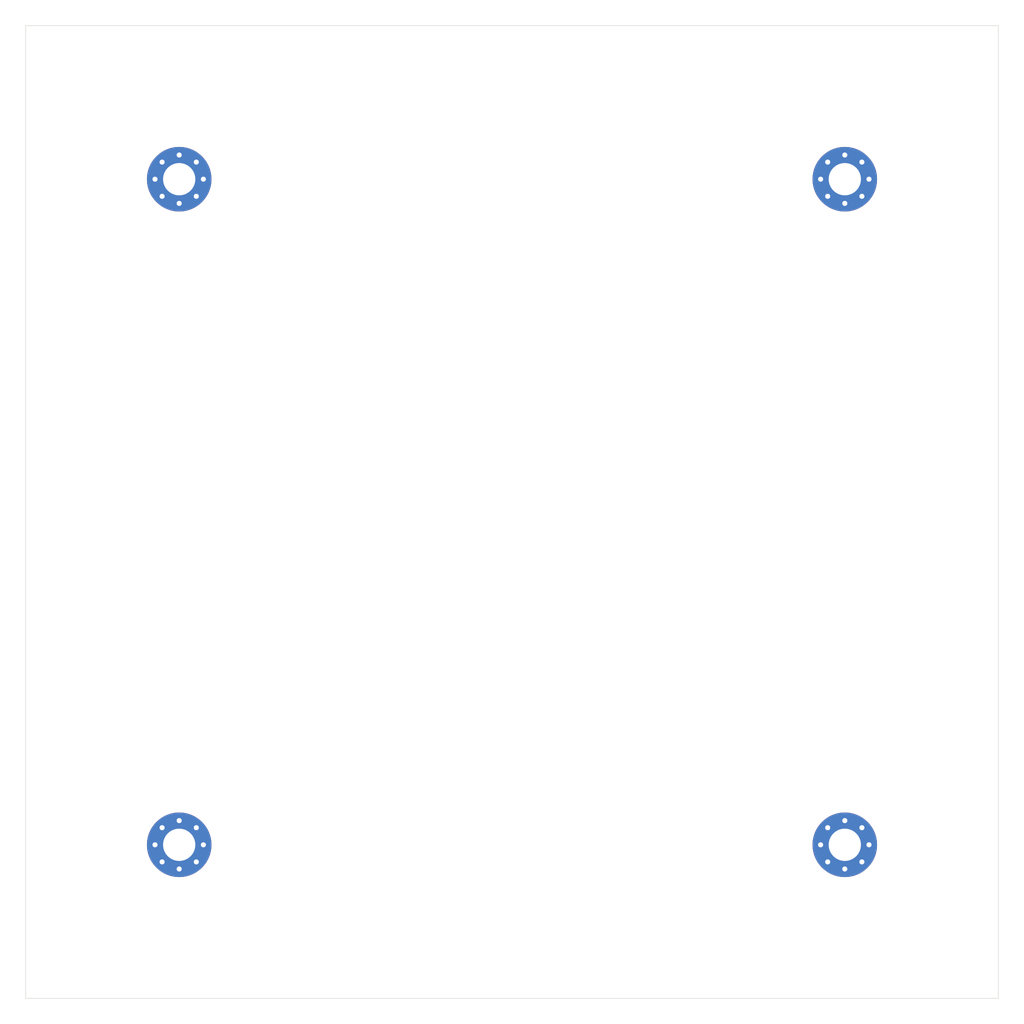
<source format=kicad_pcb>
(kicad_pcb (version 20240108) (generator "pcbnew") (generator_version "8.0")
  (layers (0 "F.Cu" signal) (31 "B.Cu" signal) (34 "B.Paste" user) (35 "F.Paste" user) (36 "B.SilkS" user "B.Silkscreen") (37 "F.SilkS" user "F.Silkscreen") (38 "B.Mask" user) (39 "F.Mask" user) (44 "Edge.Cuts" user))
  (net 0 "")
  (net 1 "GND")
  (footprint "MountingHole:MountingHole_3.2mm_M3_Pad_Via" (layer "F.Cu") (at 182.88 132.08)
    (property "Reference" "H1" (hide yes))
    (property "Value" "MountingHole")
    (pad "1" thru_hole circle (at -2.4 0) (size 0.8 0.8) (drill 0.5) (layers "*.Cu" "*.Mask"))
    (pad "1" thru_hole circle (at -1.697056 -1.697056) (size 0.8 0.8) (drill 0.5) (layers "*.Cu" "*.Mask"))
    (pad "1" thru_hole circle (at -1.697056 1.697056) (size 0.8 0.8) (drill 0.5) (layers "*.Cu" "*.Mask"))
    (pad "1" thru_hole circle (at 0 -2.4) (size 0.8 0.8) (drill 0.5) (layers "*.Cu" "*.Mask"))
    (pad "1" thru_hole circle (at 0 0) (size 6.4 6.4) (drill 3.2) (layers "*.Cu" "*.Mask"))
    (pad "1" thru_hole circle (at 0 2.4) (size 0.8 0.8) (drill 0.5) (layers "*.Cu" "*.Mask"))
    (pad "1" thru_hole circle (at 1.697056 -1.697056) (size 0.8 0.8) (drill 0.5) (layers "*.Cu" "*.Mask"))
    (pad "1" thru_hole circle (at 1.697056 1.697056) (size 0.8 0.8) (drill 0.5) (layers "*.Cu" "*.Mask"))
    (pad "1" thru_hole circle (at 2.4 0) (size 0.8 0.8) (drill 0.5) (layers "*.Cu" "*.Mask"))
  )
  (footprint "MountingHole:MountingHole_3.2mm_M3_Pad_Via" (layer "F.Cu") (at 182.88 66.04)
    (property "Reference" "H2" (hide yes))
    (property "Value" "MountingHole")
    (pad "1" thru_hole circle (at -2.4 0) (size 0.8 0.8) (drill 0.5) (layers "*.Cu" "*.Mask"))
    (pad "1" thru_hole circle (at -1.697056 -1.697056) (size 0.8 0.8) (drill 0.5) (layers "*.Cu" "*.Mask"))
    (pad "1" thru_hole circle (at -1.697056 1.697056) (size 0.8 0.8) (drill 0.5) (layers "*.Cu" "*.Mask"))
    (pad "1" thru_hole circle (at 0 -2.4) (size 0.8 0.8) (drill 0.5) (layers "*.Cu" "*.Mask"))
    (pad "1" thru_hole circle (at 0 0) (size 6.4 6.4) (drill 3.2) (layers "*.Cu" "*.Mask"))
    (pad "1" thru_hole circle (at 0 2.4) (size 0.8 0.8) (drill 0.5) (layers "*.Cu" "*.Mask"))
    (pad "1" thru_hole circle (at 1.697056 -1.697056) (size 0.8 0.8) (drill 0.5) (layers "*.Cu" "*.Mask"))
    (pad "1" thru_hole circle (at 1.697056 1.697056) (size 0.8 0.8) (drill 0.5) (layers "*.Cu" "*.Mask"))
    (pad "1" thru_hole circle (at 2.4 0) (size 0.8 0.8) (drill 0.5) (layers "*.Cu" "*.Mask"))
  )
  (footprint "MountingHole:MountingHole_3.2mm_M3_Pad_Via" (layer "F.Cu") (at 116.84 132.08)
    (property "Reference" "H4" (hide yes))
    (property "Value" "MountingHole")
    (pad "1" thru_hole circle (at -2.4 0) (size 0.8 0.8) (drill 0.5) (layers "*.Cu" "*.Mask"))
    (pad "1" thru_hole circle (at -1.697056 -1.697056) (size 0.8 0.8) (drill 0.5) (layers "*.Cu" "*.Mask"))
    (pad "1" thru_hole circle (at -1.697056 1.697056) (size 0.8 0.8) (drill 0.5) (layers "*.Cu" "*.Mask"))
    (pad "1" thru_hole circle (at 0 -2.4) (size 0.8 0.8) (drill 0.5) (layers "*.Cu" "*.Mask"))
    (pad "1" thru_hole circle (at 0 0) (size 6.4 6.4) (drill 3.2) (layers "*.Cu" "*.Mask"))
    (pad "1" thru_hole circle (at 0 2.4) (size 0.8 0.8) (drill 0.5) (layers "*.Cu" "*.Mask"))
    (pad "1" thru_hole circle (at 1.697056 -1.697056) (size 0.8 0.8) (drill 0.5) (layers "*.Cu" "*.Mask"))
    (pad "1" thru_hole circle (at 1.697056 1.697056) (size 0.8 0.8) (drill 0.5) (layers "*.Cu" "*.Mask"))
    (pad "1" thru_hole circle (at 2.4 0) (size 0.8 0.8) (drill 0.5) (layers "*.Cu" "*.Mask"))
  )
  (footprint "MountingHole:MountingHole_3.2mm_M3_Pad_Via" (layer "F.Cu") (at 116.84 66.04)
    (property "Reference" "H3" (hide yes))
    (property "Value" "MountingHole")
    (pad "1" thru_hole circle (at -2.4 0) (size 0.8 0.8) (drill 0.5) (layers "*.Cu" "*.Mask"))
    (pad "1" thru_hole circle (at -1.697056 -1.697056) (size 0.8 0.8) (drill 0.5) (layers "*.Cu" "*.Mask"))
    (pad "1" thru_hole circle (at -1.697056 1.697056) (size 0.8 0.8) (drill 0.5) (layers "*.Cu" "*.Mask"))
    (pad "1" thru_hole circle (at 0 -2.4) (size 0.8 0.8) (drill 0.5) (layers "*.Cu" "*.Mask"))
    (pad "1" thru_hole circle (at 0 0) (size 6.4 6.4) (drill 3.2) (layers "*.Cu" "*.Mask"))
    (pad "1" thru_hole circle (at 0 2.4) (size 0.8 0.8) (drill 0.5) (layers "*.Cu" "*.Mask"))
    (pad "1" thru_hole circle (at 1.697056 -1.697056) (size 0.8 0.8) (drill 0.5) (layers "*.Cu" "*.Mask"))
    (pad "1" thru_hole circle (at 1.697056 1.697056) (size 0.8 0.8) (drill 0.5) (layers "*.Cu" "*.Mask"))
    (pad "1" thru_hole circle (at 2.4 0) (size 0.8 0.8) (drill 0.5) (layers "*.Cu" "*.Mask"))
  )
  (gr_rect (start 101.6 50.8) (end 198.12 147.32) (stroke (width 0.05)) (fill none) (layer "Edge.Cuts"))
)
</source>
